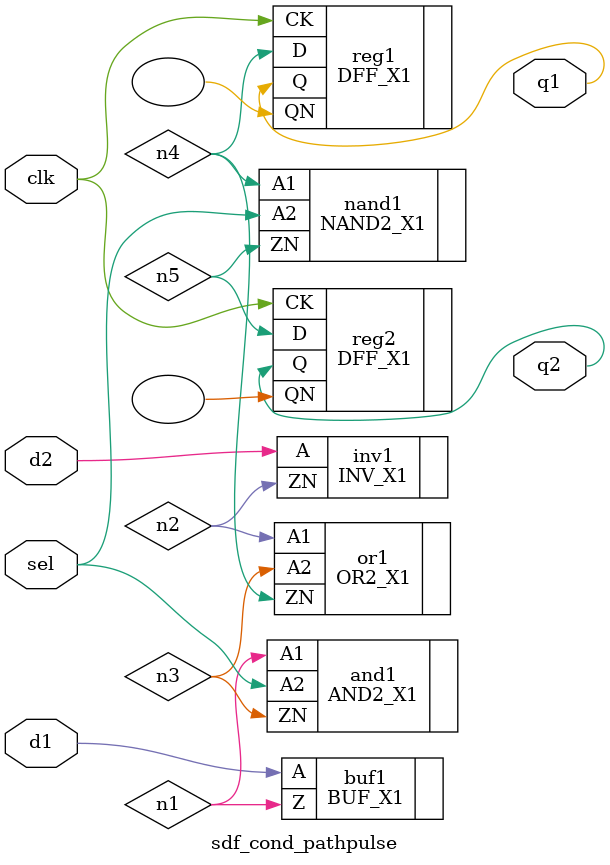
<source format=v>
module sdf_cond_pathpulse (clk, d1, d2, sel, q1, q2);
  input clk, d1, d2, sel;
  output q1, q2;
  wire n1, n2, n3, n4, n5;

  BUF_X1 buf1 (.A(d1), .Z(n1));
  INV_X1 inv1 (.A(d2), .ZN(n2));
  AND2_X1 and1 (.A1(n1), .A2(sel), .ZN(n3));
  OR2_X1 or1 (.A1(n2), .A2(n3), .ZN(n4));
  NAND2_X1 nand1 (.A1(n4), .A2(sel), .ZN(n5));
  DFF_X1 reg1 (.D(n4), .CK(clk), .Q(q1), .QN());
  DFF_X1 reg2 (.D(n5), .CK(clk), .Q(q2), .QN());
endmodule

</source>
